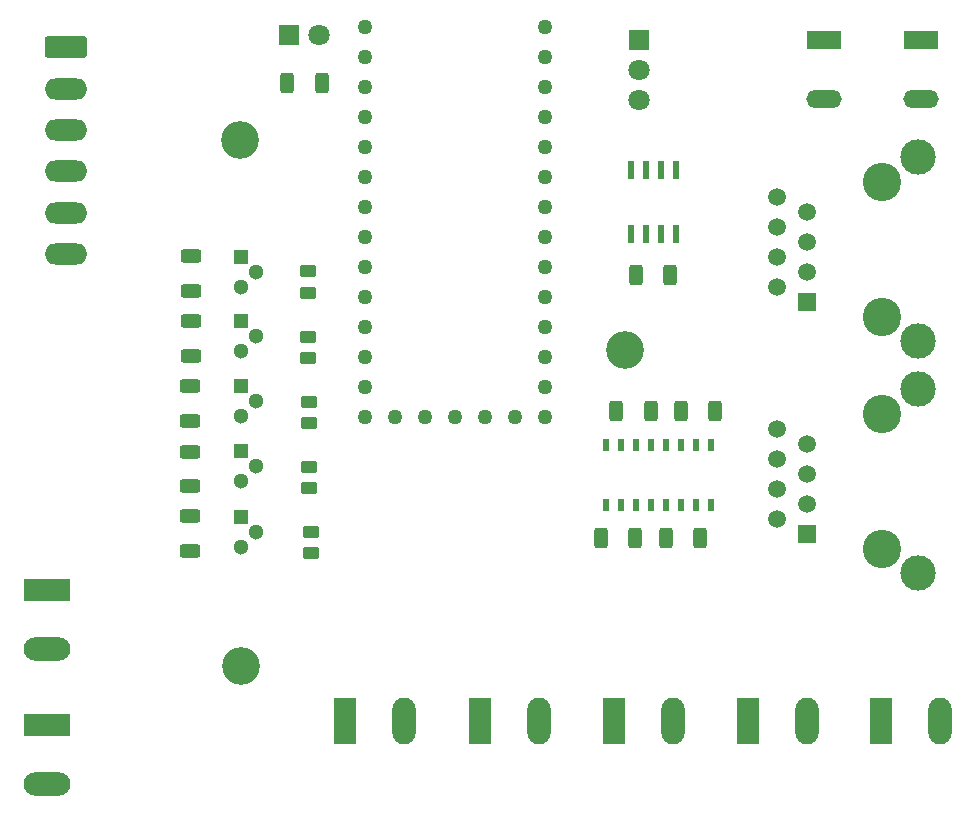
<source format=gts>
G04 #@! TF.GenerationSoftware,KiCad,Pcbnew,8.0.0*
G04 #@! TF.CreationDate,2024-12-24T11:36:35-06:00*
G04 #@! TF.ProjectId,Rain and Switches Control Board,5261696e-2061-46e6-9420-537769746368,rev?*
G04 #@! TF.SameCoordinates,Original*
G04 #@! TF.FileFunction,Soldermask,Top*
G04 #@! TF.FilePolarity,Negative*
%FSLAX46Y46*%
G04 Gerber Fmt 4.6, Leading zero omitted, Abs format (unit mm)*
G04 Created by KiCad (PCBNEW 8.0.0) date 2024-12-24 11:36:35*
%MOMM*%
%LPD*%
G01*
G04 APERTURE LIST*
G04 Aperture macros list*
%AMRoundRect*
0 Rectangle with rounded corners*
0 $1 Rounding radius*
0 $2 $3 $4 $5 $6 $7 $8 $9 X,Y pos of 4 corners*
0 Add a 4 corners polygon primitive as box body*
4,1,4,$2,$3,$4,$5,$6,$7,$8,$9,$2,$3,0*
0 Add four circle primitives for the rounded corners*
1,1,$1+$1,$2,$3*
1,1,$1+$1,$4,$5*
1,1,$1+$1,$6,$7*
1,1,$1+$1,$8,$9*
0 Add four rect primitives between the rounded corners*
20,1,$1+$1,$2,$3,$4,$5,0*
20,1,$1+$1,$4,$5,$6,$7,0*
20,1,$1+$1,$6,$7,$8,$9,0*
20,1,$1+$1,$8,$9,$2,$3,0*%
G04 Aperture macros list end*
%ADD10RoundRect,0.250000X-0.312500X-0.625000X0.312500X-0.625000X0.312500X0.625000X-0.312500X0.625000X0*%
%ADD11C,3.200000*%
%ADD12R,1.800000X1.800000*%
%ADD13C,1.800000*%
%ADD14O,3.960000X1.980000*%
%ADD15R,3.960000X1.980000*%
%ADD16RoundRect,0.250000X-0.450000X0.262500X-0.450000X-0.262500X0.450000X-0.262500X0.450000X0.262500X0*%
%ADD17RoundRect,0.250000X0.625000X-0.312500X0.625000X0.312500X-0.625000X0.312500X-0.625000X-0.312500X0*%
%ADD18RoundRect,0.250000X0.312500X0.625000X-0.312500X0.625000X-0.312500X-0.625000X0.312500X-0.625000X0*%
%ADD19O,1.980000X3.960000*%
%ADD20R,1.980000X3.960000*%
%ADD21C,3.250000*%
%ADD22R,1.500000X1.500000*%
%ADD23C,1.500000*%
%ADD24C,3.000000*%
%ADD25C,1.300000*%
%ADD26R,1.300000X1.300000*%
%ADD27O,3.600000X1.800000*%
%ADD28RoundRect,0.250000X-1.550000X0.650000X-1.550000X-0.650000X1.550000X-0.650000X1.550000X0.650000X0*%
%ADD29R,3.000000X1.500000*%
%ADD30O,3.000000X1.500000*%
%ADD31R,0.508000X1.104900*%
%ADD32R,0.609600X1.549400*%
%ADD33C,1.265000*%
G04 APERTURE END LIST*
D10*
X185833500Y-61928800D03*
X188758500Y-61928800D03*
D11*
X184896000Y-68278800D03*
X152396000Y-95028800D03*
X152346000Y-50478800D03*
D12*
X186096000Y-42028800D03*
D13*
X186096000Y-44568800D03*
X186096000Y-47108800D03*
D14*
X135946000Y-104978800D03*
D15*
X135946000Y-99978800D03*
X135946000Y-88523800D03*
D14*
X135946000Y-93523800D03*
D16*
X158158500Y-72603800D03*
X158158500Y-74428800D03*
D17*
X148096000Y-74241300D03*
X148096000Y-71316300D03*
D18*
X185796000Y-84178800D03*
X182871000Y-84178800D03*
X156333500Y-45628800D03*
X159258500Y-45628800D03*
X192571000Y-73428800D03*
X189646000Y-73428800D03*
D19*
X188978800Y-99692800D03*
D20*
X183978800Y-99692800D03*
D21*
X206646000Y-85063800D03*
X206646000Y-73633800D03*
D22*
X200296000Y-83793800D03*
D23*
X197756000Y-82523800D03*
X200296000Y-81253800D03*
X197756000Y-79983800D03*
X200296000Y-78713800D03*
X197756000Y-77443800D03*
X200296000Y-76173800D03*
X197756000Y-74903800D03*
D24*
X209696000Y-87118800D03*
X209696000Y-71578800D03*
D12*
X156506000Y-41578800D03*
D13*
X159046000Y-41578800D03*
D17*
X148196000Y-63241300D03*
X148196000Y-60316300D03*
D18*
X191271000Y-84178800D03*
X188346000Y-84178800D03*
D16*
X158346000Y-83616300D03*
X158346000Y-85441300D03*
X158046000Y-67116300D03*
X158046000Y-68941300D03*
D25*
X152446000Y-68366300D03*
X153716000Y-67096300D03*
D26*
X152446000Y-65826300D03*
X152446000Y-60326300D03*
D25*
X153716000Y-61596300D03*
X152446000Y-62866300D03*
D27*
X137607192Y-60120800D03*
X137607192Y-56620800D03*
X137607192Y-53120800D03*
X137607192Y-49620800D03*
X137607192Y-46120800D03*
D28*
X137607192Y-42620800D03*
D29*
X209996000Y-42028800D03*
X201796000Y-42028800D03*
D30*
X209996000Y-47028800D03*
X201796000Y-47028800D03*
D18*
X187096000Y-73428800D03*
X184171000Y-73428800D03*
D19*
X166178800Y-99692800D03*
D20*
X161178800Y-99692800D03*
D26*
X152446000Y-76826300D03*
D25*
X153716000Y-78096300D03*
X152446000Y-79366300D03*
D17*
X148096000Y-79766300D03*
X148096000Y-76841300D03*
D31*
X183276000Y-76278800D03*
X184546000Y-76278800D03*
X185816000Y-76278800D03*
X187086000Y-76278800D03*
X188356000Y-76278800D03*
X189626000Y-76278800D03*
X190896000Y-76278800D03*
X192166000Y-76278800D03*
X192166000Y-81358800D03*
X190896000Y-81358800D03*
X189626000Y-81358800D03*
X188356000Y-81358800D03*
X187086000Y-81358800D03*
X185816000Y-81358800D03*
X184546000Y-81358800D03*
X183276000Y-81358800D03*
D17*
X148146000Y-68741300D03*
X148146000Y-65816300D03*
D32*
X189201000Y-53028800D03*
X187931000Y-53028800D03*
X186661000Y-53028800D03*
X185391000Y-53028800D03*
X185391000Y-58428800D03*
X186661000Y-58428800D03*
X187931000Y-58428800D03*
X189201000Y-58428800D03*
D26*
X152446000Y-71326300D03*
D25*
X153716000Y-72596300D03*
X152446000Y-73866300D03*
D26*
X152426000Y-82346300D03*
D25*
X153696000Y-83616300D03*
X152426000Y-84886300D03*
D21*
X206646000Y-65408800D03*
X206646000Y-53978800D03*
D22*
X200296000Y-64138800D03*
D23*
X197756000Y-62868800D03*
X200296000Y-61598800D03*
X197756000Y-60328800D03*
X200296000Y-59058800D03*
X197756000Y-57788800D03*
X200296000Y-56518800D03*
X197756000Y-55248800D03*
D24*
X209696000Y-67463800D03*
X209696000Y-51923800D03*
D16*
X158046000Y-61566300D03*
X158046000Y-63391300D03*
X158196000Y-78116300D03*
X158196000Y-79941300D03*
D33*
X162906000Y-40878800D03*
X162906000Y-43418800D03*
X162906000Y-45958800D03*
X162906000Y-48498800D03*
X162906000Y-51038800D03*
X162906000Y-53578800D03*
X162906000Y-56118800D03*
X162906000Y-58658800D03*
X162906000Y-61198800D03*
X162906000Y-63738800D03*
X162906000Y-66278800D03*
X162906000Y-68818800D03*
X162906000Y-71358800D03*
X162906000Y-73898800D03*
X165446000Y-73898800D03*
X167986000Y-73898800D03*
X170526000Y-73898800D03*
X173066000Y-73898800D03*
X175606000Y-73898800D03*
X178146000Y-73898800D03*
X178146000Y-71358800D03*
X178146000Y-68818800D03*
X178146000Y-66278800D03*
X178146000Y-63738800D03*
X178146000Y-61198800D03*
X178146000Y-58658800D03*
X178146000Y-56118800D03*
X178146000Y-53578800D03*
X178146000Y-51038800D03*
X178146000Y-48498800D03*
X178146000Y-45958800D03*
X178146000Y-43418800D03*
X178146000Y-40878800D03*
D19*
X211618800Y-99692800D03*
D20*
X206618800Y-99692800D03*
D19*
X200318800Y-99692800D03*
D20*
X195318800Y-99692800D03*
D19*
X177598800Y-99692800D03*
D20*
X172598800Y-99692800D03*
D17*
X148096000Y-85241300D03*
X148096000Y-82316300D03*
M02*

</source>
